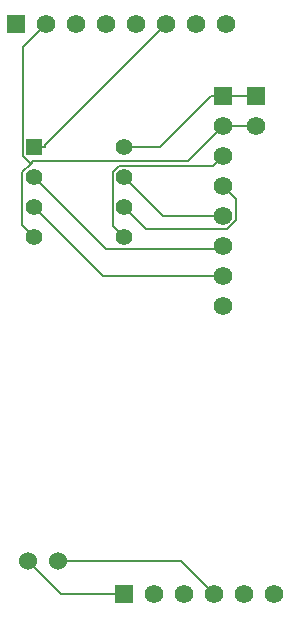
<source format=gbl>
G04 ---------------------------- Layer name :BOTTOM LAYER*
G04 EasyEDA v5.8.22, Sun, 13 Jan 2019 10:54:29 GMT*
G04 0d4c4f045a714df3bf040a356c4a61dc*
G04 Gerber Generator version 0.2*
G04 Scale: 100 percent, Rotated: No, Reflected: No *
G04 Dimensions in inches *
G04 leading zeros omitted , absolute positions ,2 integer and 4 decimal *
%FSLAX24Y24*%
%MOIN*%
G90*
G70D02*

%ADD11C,0.006000*%
%ADD12R,0.062000X0.062000*%
%ADD13C,0.062000*%
%ADD14C,0.060000*%
%ADD15R,0.055000X0.055000*%
%ADD16C,0.055000*%

%LPD*%
G54D11*
G01X4600Y900D02*
G01X2500Y900D01*
G01X1400Y2000D01*
G01X1600Y15800D02*
G01X1965Y15800D01*
G01X1965Y15800D02*
G01X1965Y15865D01*
G01X6000Y19900D01*
G01X7600Y900D02*
G01X6500Y2000D01*
G01X2400Y2000D01*
G01X4600Y13800D02*
G01X5327Y13071D01*
G01X8042Y13071D01*
G01X8327Y13357D01*
G01X8327Y14073D01*
G01X7900Y14500D01*
G01X7900Y17500D02*
G01X9000Y17500D01*
G01X7700Y17500D02*
G01X7900Y17500D01*
G01X7700Y17500D02*
G01X7498Y17500D01*
G01X4600Y15800D02*
G01X5798Y15800D01*
G01X7498Y17500D01*
G01X4600Y14800D02*
G01X5900Y13500D01*
G01X7900Y13500D01*
G01X1600Y14800D02*
G01X3986Y12413D01*
G01X7813Y12413D01*
G01X7900Y12500D01*
G01X1600Y13800D02*
G01X3900Y11500D01*
G01X7900Y11500D01*
G01X1477Y15242D02*
G01X1556Y15321D01*
G01X6722Y15321D01*
G01X7900Y16500D01*
G01X1600Y12800D02*
G01X1188Y13211D01*
G01X1188Y14953D01*
G01X1477Y15242D01*
G01X1477Y15242D02*
G01X1234Y15486D01*
G01X1234Y19134D01*
G01X2000Y19900D01*
G01X9000Y16500D02*
G01X7900Y16500D01*
G01X4600Y12800D02*
G01X4217Y13182D01*
G01X4217Y14973D01*
G01X4417Y15173D01*
G01X7573Y15173D01*
G01X7900Y15500D01*
G54D12*
G01X9000Y17499D03*
G54D13*
G01X9000Y16499D03*
G54D12*
G01X7900Y17499D03*
G54D13*
G01X7900Y16499D03*
G01X7900Y15499D03*
G01X7900Y14499D03*
G01X7900Y13499D03*
G01X7900Y12499D03*
G01X7900Y11499D03*
G01X7900Y10499D03*
G54D14*
G01X1400Y2000D03*
G01X2400Y2000D03*
G54D13*
G01X9600Y900D03*
G01X8600Y900D03*
G01X7600Y900D03*
G01X6600Y900D03*
G01X5600Y900D03*
G54D12*
G01X4600Y900D03*
G01X1000Y19900D03*
G54D13*
G01X2000Y19900D03*
G01X3000Y19900D03*
G01X4000Y19900D03*
G01X5000Y19900D03*
G01X6000Y19900D03*
G01X7000Y19900D03*
G01X8000Y19900D03*
G54D15*
G01X1600Y15799D03*
G54D16*
G01X1600Y14799D03*
G01X1600Y13799D03*
G01X1600Y12799D03*
G01X4600Y12799D03*
G01X4600Y13799D03*
G01X4600Y14799D03*
G01X4600Y15799D03*
M00*
M02*

</source>
